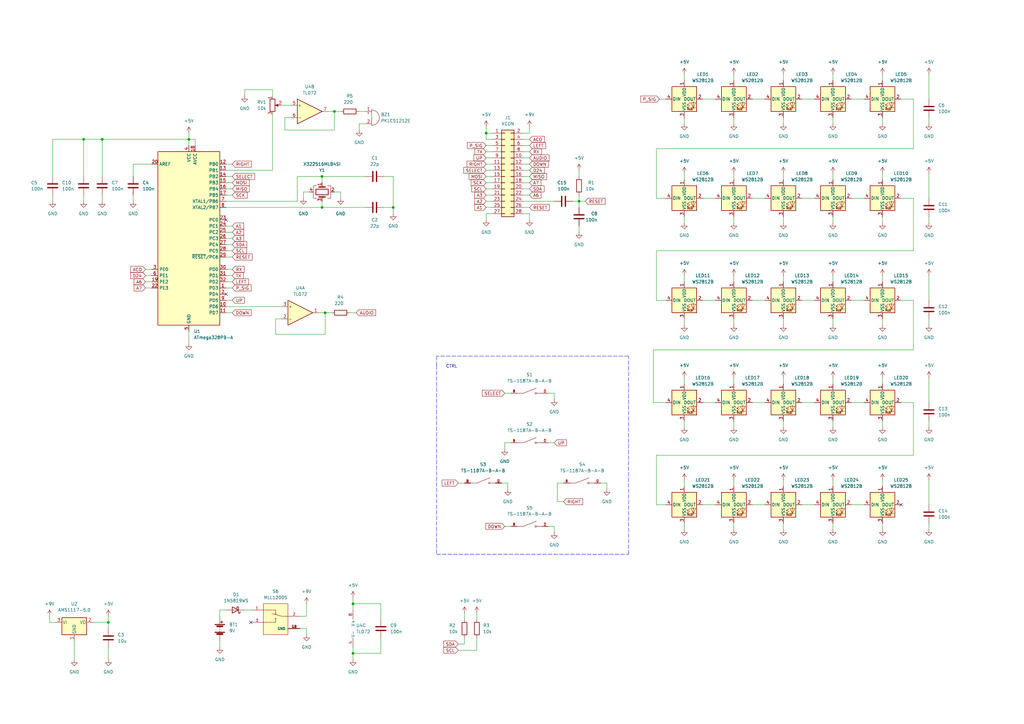
<source format=kicad_sch>
(kicad_sch (version 20211123) (generator eeschema)
  (paper "A3")
  (title_block (title "25pix") (date "2022-08-21") (rev "v0.2"))
  (junction (at 161.29 85.09))
  (junction (at 199.39 54.61))
  (junction (at 44.45 255.27))
  (junction (at 132.08 72.39))
  (junction (at 132.08 85.09))
  (junction (at 137.16 45.72))
  (junction (at 144.78 267.97))
  (junction (at 144.78 247.65))
  (junction (at 41.91 57.15))
  (junction (at 133.35 128.27))
  (junction (at 34.29 57.15))
  (junction (at 237.49 82.55))
  (junction (at 77.47 57.15))
  (no_connect (at 92.71 90.17))
  (no_connect (at 102.87 255.27))
  (no_connect (at 369.57 207.01))
  (no_connect (at 92.71 120.65))
  (wire (pts (xy 267.97 165.1) (xy 267.97 143.51)))
  (wire (pts (xy 228.6 205.74) (xy 228.6 198.12)))
  (wire (pts (xy 41.91 57.15) (xy 77.47 57.15)))
  (wire (pts (xy 199.39 82.55) (xy 201.93 82.55)))
  (wire (pts (xy 349.25 123.19) (xy 354.33 123.19)))
  (wire (pts (xy 77.47 57.15) (xy 80.01 57.15)))
  (wire (pts (xy 381 71.12) (xy 381 81.28)))
  (wire (pts (xy 341.63 30.48) (xy 341.63 33.02)))
  (wire (pts (xy 308.61 81.28) (xy 313.69 81.28)))
  (wire (pts (xy 321.31 88.9) (xy 321.31 91.44)))
  (wire (pts (xy 100.33 250.19) (xy 102.87 250.19)))
  (wire (pts (xy 90.17 252.73) (xy 90.17 250.19)))
  (wire (pts (xy 381 48.26) (xy 381 50.8)))
  (wire (pts (xy 92.71 82.55) (xy 121.92 82.55)))
  (wire (pts (xy 369.57 165.1) (xy 374.65 165.1)))
  (wire (pts (xy 328.93 40.64) (xy 334.01 40.64)))
  (wire (pts (xy 214.63 67.31) (xy 217.17 67.31)))
  (wire (pts (xy 214.63 69.85) (xy 217.17 69.85)))
  (wire (pts (xy 328.93 207.01) (xy 334.01 207.01)))
  (wire (pts (xy 227.33 163.83) (xy 227.33 161.29)))
  (wire (pts (xy 156.21 247.65) (xy 156.21 254)))
  (wire (pts (xy 237.49 92.71) (xy 237.49 95.25)))
  (wire (pts (xy 133.35 137.16) (xy 133.35 128.27)))
  (wire (pts (xy 208.28 200.66) (xy 208.28 198.12)))
  (wire (pts (xy 90.17 250.19) (xy 92.71 250.19)))
  (wire (pts (xy 59.69 113.03) (xy 62.23 113.03)))
  (wire (pts (xy 361.95 88.9) (xy 361.95 91.44)))
  (wire (pts (xy 92.71 125.73) (xy 115.57 125.73)))
  (wire (pts (xy 214.63 62.23) (xy 217.17 62.23)))
  (wire (pts (xy 20.32 252.73) (xy 20.32 255.27)))
  (wire (pts (xy 300.99 113.03) (xy 300.99 115.57)))
  (wire (pts (xy 280.67 48.26) (xy 280.67 50.8)))
  (wire (pts (xy 280.67 130.81) (xy 280.67 133.35)))
  (wire (pts (xy 321.31 113.03) (xy 321.31 115.57)))
  (wire (pts (xy 113.03 130.81) (xy 113.03 137.16)))
  (wire (pts (xy 321.31 71.12) (xy 321.31 73.66)))
  (wire (pts (xy 214.63 57.15) (xy 217.17 57.15)))
  (wire (pts (xy 190.5 264.16) (xy 190.5 261.62)))
  (wire (pts (xy 308.61 207.01) (xy 313.69 207.01)))
  (wire (pts (xy 92.71 67.31) (xy 95.25 67.31)))
  (wire (pts (xy 321.31 196.85) (xy 321.31 199.39)))
  (wire (pts (xy 280.67 214.63) (xy 280.67 217.17)))
  (wire (pts (xy 248.92 198.12) (xy 246.38 198.12)))
  (wire (pts (xy 199.39 54.61) (xy 199.39 57.15)))
  (wire (pts (xy 92.71 80.01) (xy 95.25 80.01)))
  (wire (pts (xy 34.29 57.15) (xy 34.29 72.39)))
  (wire (pts (xy 237.49 82.55) (xy 237.49 85.09)))
  (wire (pts (xy 207.01 181.61) (xy 209.55 181.61)))
  (wire (pts (xy 214.63 87.63) (xy 217.17 87.63)))
  (wire (pts (xy 308.61 165.1) (xy 313.69 165.1)))
  (wire (pts (xy 207.01 161.29) (xy 209.55 161.29)))
  (wire (pts (xy 59.69 115.57) (xy 62.23 115.57)))
  (wire (pts (xy 92.71 92.71) (xy 95.25 92.71)))
  (wire (pts (xy 92.71 123.19) (xy 95.25 123.19)))
  (wire (pts (xy 199.39 74.93) (xy 201.93 74.93)))
  (wire (pts (xy 381 172.72) (xy 381 175.26)))
  (wire (pts (xy 77.47 54.61) (xy 77.47 57.15)))
  (wire (pts (xy 161.29 72.39) (xy 157.48 72.39)))
  (wire (pts (xy 92.71 97.79) (xy 95.25 97.79)))
  (wire (pts (xy 21.59 57.15) (xy 21.59 72.39)))
  (wire (pts (xy 361.95 48.26) (xy 361.95 50.8)))
  (wire (pts (xy 199.39 69.85) (xy 201.93 69.85)))
  (wire (pts (xy 269.24 81.28) (xy 269.24 60.96)))
  (wire (pts (xy 240.03 82.55) (xy 237.49 82.55)))
  (wire (pts (xy 300.99 48.26) (xy 300.99 50.8)))
  (wire (pts (xy 92.71 128.27) (xy 95.25 128.27)))
  (wire (pts (xy 92.71 115.57) (xy 95.25 115.57)))
  (wire (pts (xy 269.24 123.19) (xy 269.24 102.87)))
  (wire (pts (xy 190.5 251.46) (xy 190.5 254)))
  (wire (pts (xy 349.25 207.01) (xy 354.33 207.01)))
  (wire (pts (xy 156.21 267.97) (xy 156.21 261.62)))
  (wire (pts (xy 100.33 39.37) (xy 100.33 36.83)))
  (wire (pts (xy 381 88.9) (xy 381 91.44)))
  (wire (pts (xy 44.45 255.27) (xy 44.45 257.81)))
  (wire (pts (xy 119.38 48.26) (xy 116.84 48.26)))
  (wire (pts (xy 54.61 72.39) (xy 54.61 67.31)))
  (wire (pts (xy 125.73 257.81) (xy 125.73 260.35)))
  (wire (pts (xy 269.24 186.69) (xy 374.65 186.69)))
  (wire (pts (xy 133.35 128.27) (xy 135.89 128.27)))
  (wire (pts (xy 237.49 82.55) (xy 237.49 80.01)))
  (wire (pts (xy 199.39 80.01) (xy 201.93 80.01)))
  (wire (pts (xy 92.71 95.25) (xy 95.25 95.25)))
  (wire (pts (xy 288.29 123.19) (xy 293.37 123.19)))
  (wire (pts (xy 361.95 172.72) (xy 361.95 175.26)))
  (wire (pts (xy 214.63 77.47) (xy 217.17 77.47)))
  (wire (pts (xy 90.17 262.89) (xy 90.17 265.43)))
  (wire (pts (xy 143.51 128.27) (xy 146.05 128.27)))
  (wire (pts (xy 269.24 60.96) (xy 374.65 60.96)))
  (wire (pts (xy 341.63 71.12) (xy 341.63 73.66)))
  (wire (pts (xy 137.16 53.34) (xy 137.16 45.72)))
  (wire (pts (xy 132.08 72.39) (xy 149.86 72.39)))
  (wire (pts (xy 139.7 78.74) (xy 139.7 81.28)))
  (wire (pts (xy 361.95 154.94) (xy 361.95 157.48)))
  (wire (pts (xy 273.05 165.1) (xy 267.97 165.1)))
  (wire (pts (xy 228.6 198.12) (xy 231.14 198.12)))
  (wire (pts (xy 130.81 128.27) (xy 133.35 128.27)))
  (polyline (pts (xy 179.07 227.33) (xy 257.81 227.33)))
  (wire (pts (xy 21.59 80.01) (xy 21.59 82.55)))
  (wire (pts (xy 270.51 40.64) (xy 273.05 40.64)))
  (wire (pts (xy 369.57 81.28) (xy 374.65 81.28)))
  (wire (pts (xy 20.32 255.27) (xy 22.86 255.27)))
  (wire (pts (xy 369.57 40.64) (xy 374.65 40.64)))
  (wire (pts (xy 92.71 85.09) (xy 132.08 85.09)))
  (wire (pts (xy 214.63 72.39) (xy 217.17 72.39)))
  (wire (pts (xy 124.46 78.74) (xy 127 78.74)))
  (wire (pts (xy 369.57 123.19) (xy 374.65 123.19)))
  (wire (pts (xy 41.91 57.15) (xy 41.91 72.39)))
  (wire (pts (xy 269.24 102.87) (xy 374.65 102.87)))
  (wire (pts (xy 144.78 247.65) (xy 156.21 247.65)))
  (wire (pts (xy 92.71 113.03) (xy 95.25 113.03)))
  (wire (pts (xy 321.31 30.48) (xy 321.31 33.02)))
  (wire (pts (xy 144.78 267.97) (xy 156.21 267.97)))
  (wire (pts (xy 349.25 81.28) (xy 354.33 81.28)))
  (wire (pts (xy 208.28 198.12) (xy 205.74 198.12)))
  (wire (pts (xy 308.61 123.19) (xy 313.69 123.19)))
  (wire (pts (xy 144.78 265.43) (xy 144.78 267.97)))
  (wire (pts (xy 374.65 60.96) (xy 374.65 40.64)))
  (wire (pts (xy 374.65 102.87) (xy 374.65 81.28)))
  (wire (pts (xy 116.84 53.34) (xy 137.16 53.34)))
  (wire (pts (xy 92.71 77.47) (xy 95.25 77.47)))
  (wire (pts (xy 199.39 77.47) (xy 201.93 77.47)))
  (wire (pts (xy 116.84 48.26) (xy 116.84 53.34)))
  (wire (pts (xy 341.63 113.03) (xy 341.63 115.57)))
  (wire (pts (xy 157.48 85.09) (xy 161.29 85.09)))
  (wire (pts (xy 199.39 90.17) (xy 199.39 87.63)))
  (wire (pts (xy 288.29 40.64) (xy 293.37 40.64)))
  (wire (pts (xy 113.03 137.16) (xy 133.35 137.16)))
  (wire (pts (xy 199.39 72.39) (xy 201.93 72.39)))
  (wire (pts (xy 349.25 165.1) (xy 354.33 165.1)))
  (wire (pts (xy 321.31 214.63) (xy 321.31 217.17)))
  (wire (pts (xy 280.67 196.85) (xy 280.67 199.39)))
  (wire (pts (xy 77.47 57.15) (xy 77.47 59.69)))
  (wire (pts (xy 214.63 85.09) (xy 217.17 85.09)))
  (wire (pts (xy 227.33 161.29) (xy 224.79 161.29)))
  (wire (pts (xy 341.63 196.85) (xy 341.63 199.39)))
  (wire (pts (xy 328.93 123.19) (xy 334.01 123.19)))
  (wire (pts (xy 361.95 30.48) (xy 361.95 33.02)))
  (wire (pts (xy 132.08 82.55) (xy 132.08 85.09)))
  (wire (pts (xy 201.93 87.63) (xy 199.39 87.63)))
  (wire (pts (xy 34.29 57.15) (xy 41.91 57.15)))
  (wire (pts (xy 80.01 57.15) (xy 80.01 59.69)))
  (wire (pts (xy 92.71 74.93) (xy 95.25 74.93)))
  (wire (pts (xy 195.58 251.46) (xy 195.58 254)))
  (wire (pts (xy 381 196.85) (xy 381 207.01)))
  (wire (pts (xy 111.76 46.99) (xy 111.76 69.85)))
  (wire (pts (xy 92.71 102.87) (xy 95.25 102.87)))
  (wire (pts (xy 123.19 257.81) (xy 125.73 257.81)))
  (wire (pts (xy 199.39 57.15) (xy 201.93 57.15)))
  (wire (pts (xy 44.45 265.43) (xy 44.45 270.51)))
  (wire (pts (xy 199.39 64.77) (xy 201.93 64.77)))
  (wire (pts (xy 59.69 118.11) (xy 62.23 118.11)))
  (wire (pts (xy 341.63 88.9) (xy 341.63 91.44)))
  (wire (pts (xy 374.65 143.51) (xy 374.65 123.19)))
  (wire (pts (xy 92.71 110.49) (xy 95.25 110.49)))
  (wire (pts (xy 77.47 135.89) (xy 77.47 140.97)))
  (wire (pts (xy 137.16 45.72) (xy 134.62 45.72)))
  (wire (pts (xy 300.99 130.81) (xy 300.99 133.35)))
  (wire (pts (xy 115.57 43.18) (xy 119.38 43.18)))
  (wire (pts (xy 111.76 36.83) (xy 111.76 39.37)))
  (wire (pts (xy 234.95 82.55) (xy 237.49 82.55)))
  (wire (pts (xy 227.33 215.9) (xy 224.79 215.9)))
  (wire (pts (xy 214.63 74.93) (xy 217.17 74.93)))
  (wire (pts (xy 280.67 154.94) (xy 280.67 157.48)))
  (polyline (pts (xy 179.07 149.86) (xy 179.07 227.33)))
  (wire (pts (xy 300.99 196.85) (xy 300.99 199.39)))
  (wire (pts (xy 381 130.81) (xy 381 133.35)))
  (wire (pts (xy 92.71 105.41) (xy 95.25 105.41)))
  (wire (pts (xy 361.95 130.81) (xy 361.95 133.35)))
  (wire (pts (xy 280.67 88.9) (xy 280.67 91.44)))
  (wire (pts (xy 280.67 71.12) (xy 280.67 73.66)))
  (wire (pts (xy 227.33 181.61) (xy 224.79 181.61)))
  (wire (pts (xy 100.33 36.83) (xy 111.76 36.83)))
  (wire (pts (xy 147.32 50.8) (xy 149.86 50.8)))
  (wire (pts (xy 328.93 165.1) (xy 334.01 165.1)))
  (wire (pts (xy 137.16 45.72) (xy 139.7 45.72)))
  (wire (pts (xy 92.71 69.85) (xy 111.76 69.85)))
  (wire (pts (xy 41.91 80.01) (xy 41.91 82.55)))
  (wire (pts (xy 237.49 69.85) (xy 237.49 72.39)))
  (wire (pts (xy 300.99 214.63) (xy 300.99 217.17)))
  (wire (pts (xy 361.95 71.12) (xy 361.95 73.66)))
  (wire (pts (xy 341.63 48.26) (xy 341.63 50.8)))
  (wire (pts (xy 139.7 78.74) (xy 137.16 78.74)))
  (wire (pts (xy 231.14 205.74) (xy 228.6 205.74)))
  (wire (pts (xy 92.71 100.33) (xy 95.25 100.33)))
  (wire (pts (xy 187.96 264.16) (xy 190.5 264.16)))
  (wire (pts (xy 199.39 54.61) (xy 199.39 52.07)))
  (wire (pts (xy 199.39 59.69) (xy 201.93 59.69)))
  (wire (pts (xy 361.95 196.85) (xy 361.95 199.39)))
  (wire (pts (xy 273.05 81.28) (xy 269.24 81.28)))
  (wire (pts (xy 195.58 266.7) (xy 195.58 261.62)))
  (wire (pts (xy 217.17 90.17) (xy 217.17 87.63)))
  (wire (pts (xy 199.39 85.09) (xy 201.93 85.09)))
  (wire (pts (xy 321.31 130.81) (xy 321.31 133.35)))
  (wire (pts (xy 201.93 54.61) (xy 199.39 54.61)))
  (wire (pts (xy 54.61 67.31) (xy 62.23 67.31)))
  (wire (pts (xy 308.61 40.64) (xy 313.69 40.64)))
  (wire (pts (xy 361.95 113.03) (xy 361.95 115.57)))
  (wire (pts (xy 44.45 252.73) (xy 44.45 255.27)))
  (wire (pts (xy 147.32 50.8) (xy 147.32 53.34)))
  (polyline (pts (xy 257.81 227.33) (xy 257.81 146.05)))
  (wire (pts (xy 341.63 172.72) (xy 341.63 175.26)))
  (wire (pts (xy 59.69 110.49) (xy 62.23 110.49)))
  (wire (pts (xy 144.78 245.11) (xy 144.78 247.65)))
  (wire (pts (xy 280.67 113.03) (xy 280.67 115.57)))
  (wire (pts (xy 161.29 85.09) (xy 161.29 72.39)))
  (wire (pts (xy 38.1 255.27) (xy 44.45 255.27)))
  (wire (pts (xy 300.99 88.9) (xy 300.99 91.44)))
  (wire (pts (xy 144.78 267.97) (xy 144.78 270.51)))
  (wire (pts (xy 361.95 214.63) (xy 361.95 217.17)))
  (wire (pts (xy 341.63 214.63) (xy 341.63 217.17)))
  (wire (pts (xy 21.59 57.15) (xy 34.29 57.15)))
  (wire (pts (xy 121.92 82.55) (xy 121.92 72.39)))
  (wire (pts (xy 30.48 262.89) (xy 30.48 270.51)))
  (wire (pts (xy 328.93 81.28) (xy 334.01 81.28)))
  (wire (pts (xy 214.63 80.01) (xy 217.17 80.01)))
  (wire (pts (xy 132.08 72.39) (xy 132.08 74.93)))
  (wire (pts (xy 300.99 172.72) (xy 300.99 175.26)))
  (wire (pts (xy 147.32 45.72) (xy 149.86 45.72)))
  (polyline (pts (xy 179.07 146.05) (xy 179.07 149.86)))
  (wire (pts (xy 273.05 123.19) (xy 269.24 123.19)))
  (wire (pts (xy 381 154.94) (xy 381 165.1)))
  (wire (pts (xy 349.25 40.64) (xy 354.33 40.64)))
  (wire (pts (xy 187.96 266.7) (xy 195.58 266.7)))
  (wire (pts (xy 280.67 172.72) (xy 280.67 175.26)))
  (wire (pts (xy 121.92 72.39) (xy 132.08 72.39)))
  (wire (pts (xy 54.61 80.01) (xy 54.61 82.55)))
  (wire (pts (xy 115.57 130.81) (xy 113.03 130.81)))
  (wire (pts (xy 288.29 81.28) (xy 293.37 81.28)))
  (wire (pts (xy 300.99 71.12) (xy 300.99 73.66)))
  (wire (pts (xy 161.29 87.63) (xy 161.29 85.09)))
  (wire (pts (xy 214.63 54.61) (xy 217.17 54.61)))
  (wire (pts (xy 288.29 165.1) (xy 293.37 165.1)))
  (wire (pts (xy 199.39 62.23) (xy 201.93 62.23)))
  (wire (pts (xy 280.67 30.48) (xy 280.67 33.02)))
  (wire (pts (xy 248.92 200.66) (xy 248.92 198.12)))
  (wire (pts (xy 214.63 64.77) (xy 217.17 64.77)))
  (wire (pts (xy 132.08 85.09) (xy 149.86 85.09)))
  (wire (pts (xy 381 30.48) (xy 381 40.64)))
  (wire (pts (xy 341.63 154.94) (xy 341.63 157.48)))
  (wire (pts (xy 381 214.63) (xy 381 217.17)))
  (wire (pts (xy 269.24 207.01) (xy 269.24 186.69)))
  (wire (pts (xy 207.01 215.9) (xy 209.55 215.9)))
  (wire (pts (xy 123.19 252.73) (xy 125.73 252.73)))
  (wire (pts (xy 199.39 67.31) (xy 201.93 67.31)))
  (wire (pts (xy 321.31 172.72) (xy 321.31 175.26)))
  (wire (pts (xy 207.01 184.15) (xy 207.01 181.61)))
  (wire (pts (xy 187.96 198.12) (xy 190.5 198.12)))
  (wire (pts (xy 227.33 218.44) (xy 227.33 215.9)))
  (wire (pts (xy 267.97 143.51) (xy 374.65 143.51)))
  (wire (pts (xy 321.31 48.26) (xy 321.31 50.8)))
  (wire (pts (xy 341.63 130.81) (xy 341.63 133.35)))
  (wire (pts (xy 214.63 82.55) (xy 227.33 82.55)))
  (wire (pts (xy 288.29 207.01) (xy 293.37 207.01)))
  (wire (pts (xy 34.29 80.01) (xy 34.29 82.55)))
  (wire (pts (xy 273.05 207.01) (xy 269.24 207.01)))
  (wire (pts (xy 92.71 72.39) (xy 95.25 72.39)))
  (wire (pts (xy 217.17 52.07) (xy 217.17 54.61)))
  (wire (pts (xy 124.46 78.74) (xy 124.46 81.28)))
  (wire (pts (xy 381 113.03) (xy 381 123.19)))
  (wire (pts (xy 374.65 186.69) (xy 374.65 165.1)))
  (wire (pts (xy 92.71 118.11) (xy 95.25 118.11)))
  (wire (pts (xy 321.31 154.94) (xy 321.31 157.48)))
  (wire (pts (xy 125.73 247.65) (xy 125.73 252.73)))
  (wire (pts (xy 214.63 59.69) (xy 217.17 59.69)))
  (wire (pts (xy 144.78 247.65) (xy 144.78 250.19)))
  (polyline (pts (xy 257.81 146.05) (xy 179.07 146.05)))
  (wire (pts (xy 300.99 30.48) (xy 300.99 33.02)))
  (wire (pts (xy 300.99 154.94) (xy 300.99 157.48)))
  (text "CTRL" (at 182.88 151.13 0) (effects (font (size 1.27 1.27)) (justify left bottom)))
  (global_label "A3" (shape input) (at 95.25 97.79 0) (property "Intersheet References" "${INTERSHEET_REFS}" (effects hide)))
  (global_label "RIGHT" (shape input) (at 231.14 205.74 0) (property "Intersheet References" "${INTERSHEET_REFS}" (effects hide)))
  (global_label "RESET" (shape input) (at 95.25 105.41 0) (property "Intersheet References" "${INTERSHEET_REFS}" (effects hide)))
  (global_label "RX" (shape input) (at 217.17 62.23 0) (property "Intersheet References" "${INTERSHEET_REFS}" (effects hide)))
  (global_label "SDA" (shape input) (at 187.96 264.16 180) (property "Intersheet References" "${INTERSHEET_REFS}" (effects hide)))
  (global_label "SELECT" (shape input) (at 199.39 69.85 180) (property "Intersheet References" "${INTERSHEET_REFS}" (effects hide)))
  (global_label "TX" (shape input) (at 95.25 113.03 0) (property "Intersheet References" "${INTERSHEET_REFS}" (effects hide)))
  (global_label "AUDIO" (shape input) (at 146.05 128.27 0) (property "Intersheet References" "${INTERSHEET_REFS}" (effects hide)))
  (global_label "SELECT" (shape input) (at 207.01 161.29 180) (property "Intersheet References" "${INTERSHEET_REFS}" (effects hide)))
  (global_label "SCK" (shape input) (at 199.39 74.93 180) (property "Intersheet References" "${INTERSHEET_REFS}" (effects hide)))
  (global_label "ACO" (shape input) (at 59.69 110.49 180) (property "Intersheet References" "${INTERSHEET_REFS}" (effects hide)))
  (global_label "AUDIO" (shape input) (at 217.17 64.77 0) (property "Intersheet References" "${INTERSHEET_REFS}" (effects hide)))
  (global_label "RX" (shape input) (at 95.25 110.49 0) (property "Intersheet References" "${INTERSHEET_REFS}" (effects hide)))
  (global_label "MOSI" (shape input) (at 199.39 72.39 180) (property "Intersheet References" "${INTERSHEET_REFS}" (effects hide)))
  (global_label "D24" (shape input) (at 59.69 113.03 180) (property "Intersheet References" "${INTERSHEET_REFS}" (effects hide)))
  (global_label "SCL" (shape input) (at 187.96 266.7 180) (property "Intersheet References" "${INTERSHEET_REFS}" (effects hide)))
  (global_label "DOWN" (shape input) (at 95.25 128.27 0) (property "Intersheet References" "${INTERSHEET_REFS}" (effects hide)))
  (global_label "SDA" (shape input) (at 217.17 77.47 0) (property "Intersheet References" "${INTERSHEET_REFS}" (effects hide)))
  (global_label "SCL" (shape input) (at 199.39 77.47 180) (property "Intersheet References" "${INTERSHEET_REFS}" (effects hide)))
  (global_label "LEFT" (shape input) (at 217.17 59.69 0) (property "Intersheet References" "${INTERSHEET_REFS}" (effects hide)))
  (global_label "P_SIG" (shape input) (at 199.39 59.69 180) (property "Intersheet References" "${INTERSHEET_REFS}" (effects hide)))
  (global_label "DOWN" (shape input) (at 217.17 67.31 0) (property "Intersheet References" "${INTERSHEET_REFS}" (effects hide)))
  (global_label "A3" (shape input) (at 199.39 80.01 180) (property "Intersheet References" "${INTERSHEET_REFS}" (effects hide)))
  (global_label "D24" (shape input) (at 217.17 69.85 0) (property "Intersheet References" "${INTERSHEET_REFS}" (effects hide)))
  (global_label "RIGHT" (shape input) (at 199.39 67.31 180) (property "Intersheet References" "${INTERSHEET_REFS}" (effects hide)))
  (global_label "MISO" (shape input) (at 95.25 77.47 0) (property "Intersheet References" "${INTERSHEET_REFS}" (effects hide)))
  (global_label "A1" (shape input) (at 95.25 92.71 0) (property "Intersheet References" "${INTERSHEET_REFS}" (effects hide)))
  (global_label "P_SIG" (shape input) (at 270.51 40.64 180) (property "Intersheet References" "${INTERSHEET_REFS}" (effects hide)))
  (global_label "SDA" (shape input) (at 95.25 100.33 0) (property "Intersheet References" "${INTERSHEET_REFS}" (effects hide)))
  (global_label "DOWN" (shape input) (at 207.01 215.9 180) (property "Intersheet References" "${INTERSHEET_REFS}" (effects hide)))
  (global_label "UP" (shape input) (at 227.33 181.61 0) (property "Intersheet References" "${INTERSHEET_REFS}" (effects hide)))
  (global_label "A2" (shape input) (at 199.39 82.55 180) (property "Intersheet References" "${INTERSHEET_REFS}" (effects hide)))
  (global_label "A7" (shape input) (at 59.69 118.11 180) (property "Intersheet References" "${INTERSHEET_REFS}" (effects hide)))
  (global_label "SCK" (shape input) (at 95.25 80.01 0) (property "Intersheet References" "${INTERSHEET_REFS}" (effects hide)))
  (global_label "P_SIG" (shape input) (at 95.25 118.11 0) (property "Intersheet References" "${INTERSHEET_REFS}" (effects hide)))
  (global_label "LEFT" (shape input) (at 95.25 115.57 0) (property "Intersheet References" "${INTERSHEET_REFS}" (effects hide)))
  (global_label "RIGHT" (shape input) (at 95.25 67.31 0) (property "Intersheet References" "${INTERSHEET_REFS}" (effects hide)))
  (global_label "A7" (shape input) (at 217.17 74.93 0) (property "Intersheet References" "${INTERSHEET_REFS}" (effects hide)))
  (global_label "A2" (shape input) (at 95.25 95.25 0) (property "Intersheet References" "${INTERSHEET_REFS}" (effects hide)))
  (global_label "SELECT" (shape input) (at 95.25 72.39 0) (property "Intersheet References" "${INTERSHEET_REFS}" (effects hide)))
  (global_label "SCL" (shape input) (at 95.25 102.87 0) (property "Intersheet References" "${INTERSHEET_REFS}" (effects hide)))
  (global_label "UP" (shape input) (at 95.25 123.19 0) (property "Intersheet References" "${INTERSHEET_REFS}" (effects hide)))
  (global_label "ACO" (shape input) (at 217.17 57.15 0) (property "Intersheet References" "${INTERSHEET_REFS}" (effects hide)))
  (global_label "A1" (shape input) (at 199.39 85.09 180) (property "Intersheet References" "${INTERSHEET_REFS}" (effects hide)))
  (global_label "A6" (shape input) (at 217.17 80.01 0) (property "Intersheet References" "${INTERSHEET_REFS}" (effects hide)))
  (global_label "TX" (shape input) (at 199.39 62.23 180) (property "Intersheet References" "${INTERSHEET_REFS}" (effects hide)))
  (global_label "RESET" (shape input) (at 217.17 85.09 0) (property "Intersheet References" "${INTERSHEET_REFS}" (effects hide)))
  (global_label "LEFT" (shape input) (at 187.96 198.12 180) (property "Intersheet References" "${INTERSHEET_REFS}" (effects hide)))
  (global_label "RESET" (shape input) (at 240.03 82.55 0) (property "Intersheet References" "${INTERSHEET_REFS}" (effects hide)))
  (global_label "MISO" (shape input) (at 217.17 72.39 0) (property "Intersheet References" "${INTERSHEET_REFS}" (effects hide)))
  (global_label "MOSI" (shape input) (at 95.25 74.93 0) (property "Intersheet References" "${INTERSHEET_REFS}" (effects hide)))
  (global_label "A6" (shape input) (at 59.69 115.57 180) (property "Intersheet References" "${INTERSHEET_REFS}" (effects hide)))
  (global_label "UP" (shape input) (at 199.39 64.77 180) (property "Intersheet References" "${INTERSHEET_REFS}" (effects hide)))
  (symbol (lib_id "power:GND") (at 321.31 175.26 0) (unit 1)
    (property "Reference" "#PWR043" (effects hide))
    (property "Value" "GND" (at 321.31 180.34 0))
  )
  (symbol (lib_id "power:+5V") (at 321.31 154.94 0) (unit 1)
    (property "Reference" "#PWR037" (effects hide))
    (property "Value" "+5V" (at 321.31 149.86 0))
  )
  (symbol (lib_id "power:+5V") (at 280.67 71.12 0) (unit 1)
    (property "Reference" "#PWR012" (effects hide))
    (property "Value" "+5V" (at 280.67 66.04 0))
  )
  (symbol (lib_id "power:GND") (at 227.33 163.83 0) (unit 1)
    (property "Reference" "#PWR034" (effects hide))
    (property "Value" "GND" (at 227.33 168.91 0))
  )
  (symbol (lib_id "LED:WS2812B") (at 300.99 81.28 0) (unit 1)
    (property "Reference" "LED7" (at 308.61 71.12 0))
    (property "Value" "WS2812B" (at 308.61 73.66 0))
    (property "Footprint" "LED_SMD:LED_WS2812B_PLCC4_5.0x5.0mm_P3.2mm" (effects hide))
    (property "Datasheet" "https://cdn-shop.adafruit.com/datasheets/WS2812B.pdf" (effects hide))
  )
  (symbol (lib_id "power:GND") (at 341.63 175.26 0) (unit 1)
    (property "Reference" "#PWR044" (effects hide))
    (property "Value" "GND" (at 341.63 180.34 0))
  )
  (symbol (lib_id "power:+5V") (at 381 154.94 0) (unit 1)
    (property "Reference" "#PWR075" (effects hide))
    (property "Value" "+5V" (at 381 149.86 0))
  )
  (symbol (lib_id "Device:R") (at 190.5 257.81 0) (unit 1)
    (property "Reference" "R2" (at 184.15 256.54 0) (effects (justify left)))
    (property "Value" "10k" (at 184.15 259.08 0) (effects (justify left)))
    (property "Footprint" "Resistor_SMD:R_0603_1608Metric" (effects hide))
  )
  (symbol (lib_id "power:+5V") (at 237.49 69.85 0) (mirror y) (unit 1)
    (property "Reference" "#PWR0103" (effects hide))
    (property "Value" "+5V" (at 237.49 64.77 0))
  )
  (symbol (lib_id "Device:C") (at 153.67 72.39 90) (unit 1)
    (property "Reference" "C1" (at 153.67 64.77 90))
    (property "Value" "22p" (at 153.67 67.31 90))
    (property "Footprint" "Capacitor_SMD:C_0603_1608Metric" (effects hide))
  )
  (symbol (lib_id "Device:C") (at 54.61 76.2 0) (unit 1)
    (property "Reference" "C4" (at 58.42 74.9299 0) (effects (justify left)))
    (property "Value" "100n" (at 58.42 77.4699 0) (effects (justify left)))
    (property "Footprint" "Capacitor_SMD:C_0603_1608Metric" (effects hide))
  )
  (symbol (lib_id "power:GND") (at 341.63 50.8 0) (unit 1)
    (property "Reference" "#PWR010" (effects hide))
    (property "Value" "GND" (at 341.63 55.88 0))
  )
  (symbol (lib_id "power:+5V") (at 361.95 154.94 0) (unit 1)
    (property "Reference" "#PWR039" (effects hide))
    (property "Value" "+5V" (at 361.95 149.86 0))
  )
  (symbol (lib_id "power:+5V") (at 341.63 154.94 0) (unit 1)
    (property "Reference" "#PWR038" (effects hide))
    (property "Value" "+5V" (at 341.63 149.86 0))
  )
  (symbol (lib_id "power:GND") (at 300.99 50.8 0) (unit 1)
    (property "Reference" "#PWR08" (effects hide))
    (property "Value" "GND" (at 300.99 55.88 0))
  )
  (symbol (lib_id "power:GND") (at 21.59 82.55 0) (unit 1)
    (property "Reference" "#PWR0112" (effects hide))
    (property "Value" "GND" (at 21.59 87.63 0))
  )
  (symbol (lib_id "power:+5V") (at 195.58 251.46 0) (unit 1)
    (property "Reference" "#PWR0105" (effects hide))
    (property "Value" "+5V" (at 195.58 246.38 0))
  )
  (symbol (lib_id "power:+5V") (at 44.45 252.73 0) (unit 1)
    (property "Reference" "#PWR062" (effects hide))
    (property "Value" "+5V" (at 44.45 247.65 0))
  )
  (symbol (lib_id "power:GND") (at 300.99 133.35 0) (unit 1)
    (property "Reference" "#PWR030" (effects hide))
    (property "Value" "GND" (at 300.99 138.43 0))
  )
  (symbol (lib_id "power:+5V") (at 381 113.03 0) (unit 1)
    (property "Reference" "#PWR072" (effects hide))
    (property "Value" "+5V" (at 381 107.95 0))
  )
  (symbol (lib_id "power:+5V") (at 144.78 245.11 0) (unit 1)
    (property "Reference" "#PWR086" (effects hide))
    (property "Value" "+5V" (at 144.78 240.03 0))
  )
  (symbol (lib_id "LED:WS2812B") (at 300.99 40.64 0) (unit 1)
    (property "Reference" "LED2" (at 308.61 30.48 0))
    (property "Value" "WS2812B" (at 308.61 33.02 0))
    (property "Footprint" "LED_SMD:LED_WS2812B_PLCC4_5.0x5.0mm_P3.2mm" (effects hide))
    (property "Datasheet" "https://cdn-shop.adafruit.com/datasheets/WS2812B.pdf" (effects hide))
  )
  (symbol (lib_id "power:+5V") (at 361.95 30.48 0) (unit 1)
    (property "Reference" "#PWR05" (effects hide))
    (property "Value" "+5V" (at 361.95 25.4 0))
  )
  (symbol (lib_id "LED:WS2812B") (at 321.31 40.64 0) (unit 1)
    (property "Reference" "LED3" (at 328.93 30.48 0))
    (property "Value" "WS2812B" (at 328.93 33.02 0))
    (property "Footprint" "LED_SMD:LED_WS2812B_PLCC4_5.0x5.0mm_P3.2mm" (effects hide))
    (property "Datasheet" "https://cdn-shop.adafruit.com/datasheets/WS2812B.pdf" (effects hide))
  )
  (symbol (lib_id "LED:WS2812B") (at 300.99 123.19 0) (unit 1)
    (property "Reference" "LED12" (at 308.61 113.03 0))
    (property "Value" "WS2812B" (at 308.61 115.57 0))
    (property "Footprint" "LED_SMD:LED_WS2812B_PLCC4_5.0x5.0mm_P3.2mm" (effects hide))
    (property "Datasheet" "https://cdn-shop.adafruit.com/datasheets/WS2812B.pdf" (effects hide))
  )
  (symbol (lib_id "TS-1187A-B-A-B:TS-1187A-B-A-B") (at 198.12 198.12 0) (unit 1)
    (property "Reference" "S3" (at 198.12 190.5 0))
    (property "Value" "TS-1187A-B-A-B" (at 198.12 193.04 0))
    (property "Footprint" "lib:SW_TS-1187A-B-A-B" (effects hide))
    (property "STANDARD" "Manufacturer Recommendations" (effects hide))
    (property "PARTREV" "A0" (effects hide))
    (property "MAXIMUM_PACKAGE_HEIGHT" "1.5mm" (effects hide))
    (property "MANUFACTURER" "XKB Industrial Precision" (effects hide))
  )
  (symbol (lib_id "power:+5V") (at 341.63 196.85 0) (unit 1)
    (property "Reference" "#PWR052" (effects hide))
    (property "Value" "+5V" (at 341.63 191.77 0))
  )
  (symbol (lib_id "power:GND") (at 381 133.35 0) (unit 1)
    (property "Reference" "#PWR074" (effects hide))
    (property "Value" "GND" (at 381 138.43 0))
  )
  (symbol (lib_id "power:+5V") (at 381 71.12 0) (unit 1)
    (property "Reference" "#PWR066" (effects hide))
    (property "Value" "+5V" (at 381 66.04 0))
  )
  (symbol (lib_id "power:GND") (at 237.49 95.25 0) (mirror y) (unit 1)
    (property "Reference" "#PWR0106" (effects hide))
    (property "Value" "GND" (at 237.49 100.33 0))
  )
  (symbol (lib_id "LED:WS2812B") (at 341.63 81.28 0) (unit 1)
    (property "Reference" "LED9" (at 349.25 71.12 0))
    (property "Value" "WS2812B" (at 349.25 73.66 0))
    (property "Footprint" "LED_SMD:LED_WS2812B_PLCC4_5.0x5.0mm_P3.2mm" (effects hide))
    (property "Datasheet" "https://cdn-shop.adafruit.com/datasheets/WS2812B.pdf" (effects hide))
  )
  (symbol (lib_id "power:GND") (at 300.99 91.44 0) (unit 1)
    (property "Reference" "#PWR019" (effects hide))
    (property "Value" "GND" (at 300.99 96.52 0))
  )
  (symbol (lib_id "power:GND") (at 280.67 133.35 0) (unit 1)
    (property "Reference" "#PWR029" (effects hide))
    (property "Value" "GND" (at 280.67 138.43 0))
  )
  (symbol (lib_id "Device:C") (at 231.14 82.55 90) (mirror x) (unit 1)
    (property "Reference" "C15" (at 232.41 74.93 90) (effects (justify left)))
    (property "Value" "100n" (at 233.68 77.47 90) (effects (justify left)))
    (property "Footprint" "Capacitor_SMD:C_0603_1608Metric" (effects hide))
  )
  (symbol (lib_id "power:GND") (at 381 50.8 0) (unit 1)
    (property "Reference" "#PWR059" (effects hide))
    (property "Value" "GND" (at 381 55.88 0))
  )
  (symbol (lib_id "power:GND") (at 341.63 133.35 0) (unit 1)
    (property "Reference" "#PWR032" (effects hide))
    (property "Value" "GND" (at 341.63 138.43 0))
  )
  (symbol (lib_id "LED:WS2812B") (at 341.63 165.1 0) (unit 1)
    (property "Reference" "LED19" (at 349.25 154.94 0))
    (property "Value" "WS2812B" (at 349.25 157.48 0))
    (property "Footprint" "LED_SMD:LED_WS2812B_PLCC4_5.0x5.0mm_P3.2mm" (effects hide))
    (property "Datasheet" "https://cdn-shop.adafruit.com/datasheets/WS2812B.pdf" (effects hide))
  )
  (symbol (lib_id "power:GND") (at 124.46 81.28 0) (unit 1)
    (property "Reference" "#PWR067" (effects hide))
    (property "Value" "GND" (at 124.46 87.63 0))
  )
  (symbol (lib_id "power:GND") (at 341.63 217.17 0) (unit 1)
    (property "Reference" "#PWR057" (effects hide))
    (property "Value" "GND" (at 341.63 222.25 0))
  )
  (symbol (lib_id "LED:WS2812B") (at 280.67 40.64 0) (unit 1)
    (property "Reference" "LED1" (at 288.29 30.48 0))
    (property "Value" "WS2812B" (at 288.29 33.02 0))
    (property "Footprint" "LED_SMD:LED_WS2812B_PLCC4_5.0x5.0mm_P3.2mm" (effects hide))
    (property "Datasheet" "https://cdn-shop.adafruit.com/datasheets/WS2812B.pdf" (effects hide))
    (property "LCSC" "C2843785" (effects hide))
  )
  (symbol (lib_id "Device:Buzzer") (at 152.4 48.26 0) (unit 1)
    (property "Reference" "BZ1" (at 156.21 46.9899 0) (effects (justify left)))
    (property "Value" "PKLCS1212E" (at 156.21 49.5299 0) (effects (justify left)))
    (property "Footprint" "Buzzer_Beeper:Buzzer_Murata_PKLCS1212E" (effects hide))
    (property "LCSC" "C113159" (effects hide))
  )
  (symbol (lib_id "TS-1187A-B-A-B:TS-1187A-B-A-B") (at 217.17 215.9 0) (unit 1)
    (property "Reference" "S5" (at 217.17 208.28 0))
    (property "Value" "TS-1187A-B-A-B" (at 217.17 210.82 0))
    (property "Footprint" "lib:SW_TS-1187A-B-A-B" (effects hide))
    (property "STANDARD" "Manufacturer Recommendations" (effects hide))
    (property "PARTREV" "A0" (effects hide))
    (property "MAXIMUM_PACKAGE_HEIGHT" "1.5mm" (effects hide))
    (property "MANUFACTURER" "XKB Industrial Precision" (effects hide))
  )
  (symbol (lib_id "power:GND") (at 361.95 217.17 0) (unit 1)
    (property "Reference" "#PWR058" (effects hide))
    (property "Value" "GND" (at 361.95 222.25 0))
  )
  (symbol (lib_id "power:GND") (at 161.29 87.63 0) (unit 1)
    (property "Reference" "#PWR017" (effects hide))
    (property "Value" "GND" (at 161.29 92.71 0))
  )
  (symbol (lib_id "power:GND") (at 44.45 270.51 0) (unit 1)
    (property "Reference" "#PWR064" (effects hide))
    (property "Value" "GND" (at 44.45 275.59 0))
  )
  (symbol (lib_id "power:GND") (at 199.39 90.17 0) (unit 1)
    (property "Reference" "#PWR0110" (effects hide))
    (property "Value" "GND" (at 199.39 95.25 0))
  )
  (symbol (lib_id "Amplifier_Operational:TL072") (at 123.19 128.27 0) (unit 1)
    (property "Reference" "U4" (at 123.19 118.11 0))
    (property "Value" "TL072" (at 123.19 120.65 0))
    (property "Footprint" "Package_SO:SOIC-8_3.9x4.9mm_P1.27mm" (effects hide))
    (property "Datasheet" "http://www.ti.com/lit/ds/symlink/tl071.pdf" (effects hide))
    (property "LCSC" "C6961" (effects hide))
  )
  (symbol (lib_id "power:GND") (at 125.73 260.35 0) (unit 1)
    (property "Reference" "#PWR069" (effects hide))
    (property "Value" "GND" (at 125.73 265.43 0))
  )
  (symbol (lib_id "power:+5V") (at 381 196.85 0) (unit 1)
    (property "Reference" "#PWR077" (effects hide))
    (property "Value" "+5V" (at 381 191.77 0))
  )
  (symbol (lib_id "power:GND") (at 217.17 90.17 0) (mirror y) (unit 1)
    (property "Reference" "#PWR0107" (effects hide))
    (property "Value" "GND" (at 217.17 95.25 0))
  )
  (symbol (lib_id "power:GND") (at 208.28 200.66 0) (unit 1)
    (property "Reference" "#PWR046" (effects hide))
    (property "Value" "GND" (at 208.28 205.74 0))
  )
  (symbol (lib_id "LED:WS2812B") (at 341.63 40.64 0) (unit 1)
    (property "Reference" "LED4" (at 349.25 30.48 0))
    (property "Value" "WS2812B" (at 349.25 33.02 0))
    (property "Footprint" "LED_SMD:LED_WS2812B_PLCC4_5.0x5.0mm_P3.2mm" (effects hide))
    (property "Datasheet" "https://cdn-shop.adafruit.com/datasheets/WS2812B.pdf" (effects hide))
  )
  (symbol (lib_id "power:+5V") (at 300.99 154.94 0) (unit 1)
    (property "Reference" "#PWR036" (effects hide))
    (property "Value" "+5V" (at 300.99 149.86 0))
  )
  (symbol (lib_id "LED:WS2812B") (at 280.67 207.01 0) (unit 1)
    (property "Reference" "LED21" (at 288.29 196.85 0))
    (property "Value" "WS2812B" (at 288.29 199.39 0))
    (property "Footprint" "LED_SMD:LED_WS2812B_PLCC4_5.0x5.0mm_P3.2mm" (effects hide))
    (property "Datasheet" "https://cdn-shop.adafruit.com/datasheets/WS2812B.pdf" (effects hide))
  )
  (symbol (lib_id "power:+5V") (at 341.63 71.12 0) (unit 1)
    (property "Reference" "#PWR015" (effects hide))
    (property "Value" "+5V" (at 341.63 66.04 0))
  )
  (symbol (lib_id "power:GND") (at 54.61 82.55 0) (unit 1)
    (property "Reference" "#PWR0102" (effects hide))
    (property "Value" "GND" (at 54.61 87.63 0))
  )
  (symbol (lib_id "TS-1187A-B-A-B:TS-1187A-B-A-B") (at 217.17 161.29 0) (unit 1)
    (property "Reference" "S1" (at 217.17 153.67 0))
    (property "Value" "TS-1187A-B-A-B" (at 217.17 156.21 0))
    (property "Footprint" "lib:SW_TS-1187A-B-A-B" (effects hide))
    (property "STANDARD" "Manufacturer Recommendations" (effects hide))
    (property "PARTREV" "A0" (effects hide))
    (property "MAXIMUM_PACKAGE_HEIGHT" "1.5mm" (effects hide))
    (property "MANUFACTURER" "XKB Industrial Precision" (effects hide))
    (property "LCSC" "C318884" (effects hide))
  )
  (symbol (lib_id "Device:R") (at 139.7 128.27 90) (unit 1)
    (property "Reference" "R4" (at 140.97 121.92 90) (effects (justify left)))
    (property "Value" "220" (at 140.97 124.46 90) (effects (justify left)))
    (property "Footprint" "Resistor_SMD:R_0603_1608Metric" (effects hide))
  )
  (symbol (lib_id "power:GND") (at 280.67 175.26 0) (unit 1)
    (property "Reference" "#PWR041" (effects hide))
    (property "Value" "GND" (at 280.67 180.34 0))
  )
  (symbol (lib_id "power:+9V") (at 20.32 252.73 0) (unit 1)
    (property "Reference" "#PWR061" (effects hide))
    (property "Value" "+9V" (at 20.32 247.65 0))
  )
  (symbol (lib_id "power:GND") (at 321.31 133.35 0) (unit 1)
    (property "Reference" "#PWR031" (effects hide))
    (property "Value" "GND" (at 321.31 138.43 0))
  )
  (symbol (lib_id "power:+5V") (at 300.99 71.12 0) (unit 1)
    (property "Reference" "#PWR013" (effects hide))
    (property "Value" "+5V" (at 300.99 66.04 0))
  )
  (symbol (lib_id "Device:C") (at 381 44.45 0) (unit 1)
    (property "Reference" "C6" (at 384.81 43.1799 0) (effects (justify left)))
    (property "Value" "100n" (at 384.81 45.7199 0) (effects (justify left)))
    (property "Footprint" "Capacitor_SMD:C_0603_1608Metric" (effects hide))
  )
  (symbol (lib_id "LED:WS2812B") (at 321.31 165.1 0) (unit 1)
    (property "Reference" "LED18" (at 328.93 154.94 0))
    (property "Value" "WS2812B" (at 328.93 157.48 0))
    (property "Footprint" "LED_SMD:LED_WS2812B_PLCC4_5.0x5.0mm_P3.2mm" (effects hide))
    (property "Datasheet" "https://cdn-shop.adafruit.com/datasheets/WS2812B.pdf" (effects hide))
  )
  (symbol (lib_id "power:+5V") (at 321.31 196.85 0) (unit 1)
    (property "Reference" "#PWR051" (effects hide))
    (property "Value" "+5V" (at 321.31 191.77 0))
  )
  (symbol (lib_id "power:GND") (at 139.7 81.28 0) (unit 1)
    (property "Reference" "#PWR068" (effects hide))
    (property "Value" "GND" (at 139.7 87.63 0))
  )
  (symbol (lib_id "power:GND") (at 341.63 91.44 0) (unit 1)
    (property "Reference" "#PWR021" (effects hide))
    (property "Value" "GND" (at 341.63 96.52 0))
  )
  (symbol (lib_id "Device:C") (at 381 168.91 0) (unit 1)
    (property "Reference" "C13" (at 384.81 167.6399 0) (effects (justify left)))
    (property "Value" "100n" (at 384.81 170.1799 0) (effects (justify left)))
    (property "Footprint" "Capacitor_SMD:C_0603_1608Metric" (effects hide))
  )
  (symbol (lib_id "power:GND") (at 30.48 270.51 0) (unit 1)
    (property "Reference" "#PWR063" (effects hide))
    (property "Value" "GND" (at 30.48 275.59 0))
  )
  (symbol (lib_id "power:GND") (at 381 175.26 0) (unit 1)
    (property "Reference" "#PWR076" (effects hide))
    (property "Value" "GND" (at 381 180.34 0))
  )
  (symbol (lib_id "Device:C") (at 44.45 261.62 0) (unit 1)
    (property "Reference" "C3" (at 48.26 260.3499 0) (effects (justify left)))
    (property "Value" "10u" (at 48.26 262.8899 0) (effects (justify left)))
    (property "Footprint" "Capacitor_SMD:C_0603_1608Metric" (effects hide))
  )
  (symbol (lib_id "power:GND") (at 321.31 50.8 0) (unit 1)
    (property "Reference" "#PWR09" (effects hide))
    (property "Value" "GND" (at 321.31 55.88 0))
  )
  (symbol (lib_id "LED:WS2812B") (at 361.95 123.19 0) (unit 1)
    (property "Reference" "LED15" (at 369.57 113.03 0))
    (property "Value" "WS2812B" (at 369.57 115.57 0))
    (property "Footprint" "LED_SMD:LED_WS2812B_PLCC4_5.0x5.0mm_P3.2mm" (effects hide))
    (property "Datasheet" "https://cdn-shop.adafruit.com/datasheets/WS2812B.pdf" (effects hide))
  )
  (symbol (lib_id "power:+5V") (at 199.39 52.07 0) (unit 1)
    (property "Reference" "#PWR0109" (effects hide))
    (property "Value" "+5V" (at 199.39 46.99 0))
  )
  (symbol (lib_id "Device:C") (at 153.67 85.09 90) (unit 1)
    (property "Reference" "C2" (at 153.67 90.17 90))
    (property "Value" "22p" (at 153.67 92.71 90))
    (property "Footprint" "Capacitor_SMD:C_0603_1608Metric" (effects hide))
  )
  (symbol (lib_id "power:GND") (at 100.33 39.37 0) (unit 1)
    (property "Reference" "#PWR070" (effects hide))
    (property "Value" "GND" (at 100.33 44.45 0))
  )
  (symbol (lib_id "power:GND") (at 248.92 200.66 0) (unit 1)
    (property "Reference" "#PWR047" (effects hide))
    (property "Value" "GND" (at 248.92 205.74 0))
  )
  (symbol (lib_id "Device:Battery") (at 90.17 257.81 0) (unit 1)
    (property "Reference" "BT1" (at 93.98 256.1589 0) (effects (justify left)))
    (property "Value" "9V" (at 93.98 258.6989 0) (effects (justify left)))
    (property "Footprint" "Battery:BatteryHolder_Eagle_12BH611-GR" (effects hide))
  )
  (symbol (lib_id "Device:R") (at 237.49 76.2 0) (mirror y) (unit 1)
    (property "Reference" "R1" (at 243.84 74.93 0) (effects (justify left)))
    (property "Value" "10k" (at 243.84 77.47 0) (effects (justify left)))
    (property "Footprint" "Resistor_SMD:R_0603_1608Metric" (effects hide))
  )
  (symbol (lib_id "power:GND") (at 361.95 133.35 0) (unit 1)
    (property "Reference" "#PWR033" (effects hide))
    (property "Value" "GND" (at 361.95 138.43 0))
  )
  (symbol (lib_id "Amplifier_Operational:TL072") (at 127 45.72 0) (unit 2)
    (property "Reference" "U4" (at 127 35.56 0))
    (property "Value" "TL072" (at 127 38.1 0))
    (property "Footprint" "Package_SO:SOIC-8_3.9x4.9mm_P1.27mm" (effects hide))
    (property "Datasheet" "http://www.ti.com/lit/ds/symlink/tl071.pdf" (effects hide))
    (property "LCSC" "C6961" (effects hide))
  )
  (symbol (lib_id "power:+5V") (at 77.47 54.61 0) (unit 1)
    (property "Reference" "#PWR073" (effects hide))
    (property "Value" "+5V" (at 77.47 49.53 0))
  )
  (symbol (lib_id "Device:C") (at 237.49 88.9 0) (mirror y) (unit 1)
    (property "Reference" "C8" (at 245.11 87.63 0) (effects (justify left)))
    (property "Value" "100n" (at 245.11 90.17 0) (effects (justify left)))
    (property "Footprint" "Capacitor_SMD:C_0603_1608Metric" (effects hide))
  )
  (symbol (lib_id "LED:WS2812B") (at 280.67 81.28 0) (unit 1)
    (property "Reference" "LED6" (at 288.29 71.12 0))
    (property "Value" "WS2812B" (at 288.29 73.66 0))
    (property "Footprint" "LED_SMD:LED_WS2812B_PLCC4_5.0x5.0mm_P3.2mm" (effects hide))
    (property "Datasheet" "https://cdn-shop.adafruit.com/datasheets/WS2812B.pdf" (effects hide))
  )
  (symbol (lib_id "power:GND") (at 144.78 270.51 0) (unit 1)
    (property "Reference" "#PWR087" (effects hide))
    (property "Value" "GND" (at 144.78 275.59 0))
  )
  (symbol (lib_id "Regulator_Linear:AMS1117-5.0") (at 30.48 255.27 0) (unit 1)
    (property "Reference" "U2" (at 30.48 247.65 0))
    (property "Value" "AMS1117-5.0" (at 30.48 250.19 0))
    (property "Footprint" "Package_TO_SOT_SMD:SOT-223-3_TabPin2" (effects hide))
    (property "Datasheet" "http://www.advanced-monolithic.com/pdf/ds1117.pdf" (effects hide))
    (property "LCSC" "C6187" (effects hide))
  )
  (symbol (lib_id "LED:WS2812B") (at 341.63 207.01 0) (unit 1)
    (property "Reference" "LED24" (at 349.25 196.85 0))
    (property "Value" "WS2812B" (at 349.25 199.39 0))
    (property "Footprint" "LED_SMD:LED_WS2812B_PLCC4_5.0x5.0mm_P3.2mm" (effects hide))
    (property "Datasheet" "https://cdn-shop.adafruit.com/datasheets/WS2812B.pdf" (effects hide))
  )
  (symbol (lib_id "Amplifier_Operational:TL072") (at 147.32 257.81 0) (unit 3)
    (property "Reference" "U4" (at 146.05 256.5399 0) (effects (justify left)))
    (property "Value" "TL072" (at 146.05 259.0799 0) (effects (justify left)))
    (property "Footprint" "Package_SO:SOIC-8_3.9x4.9mm_P1.27mm" (effects hide))
    (property "Datasheet" "http://www.ti.com/lit/ds/symlink/tl071.pdf" (effects hide))
    (property "LCSC" "C6961" (effects hide))
  )
  (symbol (lib_id "Device:Crystal_GND24") (at 132.08 78.74 270) (unit 1)
    (property "Reference" "Y1" (at 132.08 69.85 90))
    (property "Value" "X322516MLB4SI" (at 132.08 67.31 90))
    (property "Footprint" "Crystal:Crystal_SMD_3225-4Pin_3.2x2.5mm" (effects hide))
    (property "LCSC" "C13738" (effects hide))
  )
  (symbol (lib_id "power:GND") (at 34.29 82.55 0) (unit 1)
    (property "Reference" "#PWR088" (effects hide))
    (property "Value" "GND" (at 34.29 87.63 0))
  )
  (symbol (lib_id "TS-1187A-B-A-B:TS-1187A-B-A-B") (at 217.17 181.61 0) (unit 1)
    (property "Reference" "S2" (at 217.17 173.99 0))
    (property "Value" "TS-1187A-B-A-B" (at 217.17 176.53 0))
    (property "Footprint" "lib:SW_TS-1187A-B-A-B" (effects hide))
    (property "STANDARD" "Manufacturer Recommendations" (effects hide))
    (property "PARTREV" "A0" (effects hide))
    (property "MAXIMUM_PACKAGE_HEIGHT" "1.5mm" (effects hide))
    (property "MANUFACTURER" "XKB Industrial Precision" (effects hide))
  )
  (symbol (lib_id "power:GND") (at 41.91 82.55 0) (unit 1)
    (property "Reference" "#PWR0108" (effects hide))
    (property "Value" "GND" (at 41.91 87.63 0))
  )
  (symbol (lib_id "power:GND") (at 280.67 217.17 0) (unit 1)
    (property "Reference" "#PWR054" (effects hide))
    (property "Value" "GND" (at 280.67 222.25 0))
  )
  (symbol (lib_id "LED:WS2812B") (at 321.31 207.01 0) (unit 1)
    (property "Reference" "LED23" (at 328.93 196.85 0))
    (property "Value" "WS2812B" (at 328.93 199.39 0))
    (property "Footprint" "LED_SMD:LED_WS2812B_PLCC4_5.0x5.0mm_P3.2mm" (effects hide))
    (property "Datasheet" "https://cdn-shop.adafruit.com/datasheets/WS2812B.pdf" (effects hide))
  )
  (symbol (lib_id "power:+5V") (at 280.67 196.85 0) (unit 1)
    (property "Reference" "#PWR049" (effects hide))
    (property "Value" "+5V" (at 280.67 191.77 0))
  )
  (symbol (lib_id "LED:WS2812B") (at 361.95 81.28 0) (unit 1)
    (property "Reference" "LED10" (at 369.57 71.12 0))
    (property "Value" "WS2812B" (at 369.57 73.66 0))
    (property "Footprint" "LED_SMD:LED_WS2812B_PLCC4_5.0x5.0mm_P3.2mm" (effects hide))
    (property "Datasheet" "https://cdn-shop.adafruit.com/datasheets/WS2812B.pdf" (effects hide))
  )
  (symbol (lib_id "power:+5V") (at 300.99 30.48 0) (unit 1)
    (property "Reference" "#PWR02" (effects hide))
    (property "Value" "+5V" (at 300.99 25.4 0))
  )
  (symbol (lib_id "power:GND") (at 361.95 91.44 0) (unit 1)
    (property "Reference" "#PWR022" (effects hide))
    (property "Value" "GND" (at 361.95 96.52 0))
  )
  (symbol (lib_id "power:+5V") (at 341.63 113.03 0) (unit 1)
    (property "Reference" "#PWR026" (effects hide))
    (property "Value" "+5V" (at 341.63 107.95 0))
  )
  (symbol (lib_id "power:GND") (at 280.67 91.44 0) (unit 1)
    (property "Reference" "#PWR018" (effects hide))
    (property "Value" "GND" (at 280.67 96.52 0))
  )
  (symbol (lib_id "power:GND") (at 321.31 91.44 0) (unit 1)
    (property "Reference" "#PWR020" (effects hide))
    (property "Value" "GND" (at 321.31 96.52 0))
  )
  (symbol (lib_id "Device:C") (at 381 127 0) (unit 1)
    (property "Reference" "C12" (at 384.81 125.7299 0) (effects (justify left)))
    (property "Value" "100n" (at 384.81 128.2699 0) (effects (justify left)))
    (property "Footprint" "Capacitor_SMD:C_0603_1608Metric" (effects hide))
  )
  (symbol (lib_id "LED:WS2812B") (at 321.31 81.28 0) (unit 1)
    (property "Reference" "LED8" (at 328.93 71.12 0))
    (property "Value" "WS2812B" (at 328.93 73.66 0))
    (property "Footprint" "LED_SMD:LED_WS2812B_PLCC4_5.0x5.0mm_P3.2mm" (effects hide))
    (property "Datasheet" "https://cdn-shop.adafruit.com/datasheets/WS2812B.pdf" (effects hide))
  )
  (symbol (lib_id "power:GND") (at 381 91.44 0) (unit 1)
    (property "Reference" "#PWR071" (effects hide))
    (property "Value" "GND" (at 381 96.52 0))
  )
  (symbol (lib_id "Device:C") (at 156.21 257.81 0) (unit 1)
    (property "Reference" "C9" (at 160.02 256.54 0) (effects (justify left)))
    (property "Value" "100n" (at 160.02 259.08 0) (effects (justify left)))
    (property "Footprint" "Capacitor_SMD:C_0603_1608Metric" (effects hide))
  )
  (symbol (lib_id "power:+5V") (at 381 30.48 0) (unit 1)
    (property "Reference" "#PWR06" (effects hide))
    (property "Value" "+5V" (at 381 25.4 0))
  )
  (symbol (lib_id "Device:C") (at 34.29 76.2 0) (unit 1)
    (property "Reference" "C10" (at 25.4 74.93 0) (effects (justify left)))
    (property "Value" "100n" (at 25.4 77.47 0) (effects (justify left)))
    (property "Footprint" "Capacitor_SMD:C_0603_1608Metric" (effects hide))
  )
  (symbol (lib_id "LED:WS2812B") (at 361.95 165.1 0) (unit 1)
    (property "Reference" "LED20" (at 369.57 154.94 0))
    (property "Value" "WS2812B" (at 369.57 157.48 0))
    (property "Footprint" "LED_SMD:LED_WS2812B_PLCC4_5.0x5.0mm_P3.2mm" (effects hide))
    (property "Datasheet" "https://cdn-shop.adafruit.com/datasheets/WS2812B.pdf" (effects hide))
  )
  (symbol (lib_id "LED:WS2812B") (at 361.95 40.64 0) (unit 1)
    (property "Reference" "LED5" (at 369.57 30.48 0))
    (property "Value" "WS2812B" (at 369.57 33.02 0))
    (property "Footprint" "LED_SMD:LED_WS2812B_PLCC4_5.0x5.0mm_P3.2mm" (effects hide))
    (property "Datasheet" "https://cdn-shop.adafruit.com/datasheets/WS2812B.pdf" (effects hide))
  )
  (symbol (lib_id "TS-1187A-B-A-B:TS-1187A-B-A-B") (at 238.76 198.12 0) (unit 1)
    (property "Reference" "S4" (at 238.76 190.5 0))
    (property "Value" "TS-1187A-B-A-B" (at 238.76 193.04 0))
    (property "Footprint" "lib:SW_TS-1187A-B-A-B" (effects hide))
    (property "STANDARD" "Manufacturer Recommendations" (effects hide))
    (property "PARTREV" "A0" (effects hide))
    (property "MAXIMUM_PACKAGE_HEIGHT" "1.5mm" (effects hide))
    (property "MANUFACTURER" "XKB Industrial Precision" (effects hide))
  )
  (symbol (lib_id "power:GND") (at 207.01 184.15 0) (mirror y) (unit 1)
    (property "Reference" "#PWR040" (effects hide))
    (property "Value" "GND" (at 207.01 189.23 0))
  )
  (symbol (lib_id "power:GND") (at 147.32 53.34 0) (unit 1)
    (property "Reference" "#PWR0101" (effects hide))
    (property "Value" "GND" (at 147.32 58.42 0))
  )
  (symbol (lib_id "power:GND") (at 300.99 175.26 0) (unit 1)
    (property "Reference" "#PWR042" (effects hide))
    (property "Value" "GND" (at 300.99 180.34 0))
  )
  (symbol (lib_id "LED:WS2812B") (at 280.67 123.19 0) (unit 1)
    (property "Reference" "LED11" (at 288.29 113.03 0))
    (property "Value" "WS2812B" (at 288.29 115.57 0))
    (property "Footprint" "LED_SMD:LED_WS2812B_PLCC4_5.0x5.0mm_P3.2mm" (effects hide))
    (property "Datasheet" "https://cdn-shop.adafruit.com/datasheets/WS2812B.pdf" (effects hide))
  )
  (symbol (lib_id "power:+5V") (at 300.99 113.03 0) (unit 1)
    (property "Reference" "#PWR024" (effects hide))
    (property "Value" "+5V" (at 300.99 107.95 0))
  )
  (symbol (lib_id "power:+5V") (at 280.67 154.94 0) (unit 1)
    (property "Reference" "#PWR035" (effects hide))
    (property "Value" "+5V" (at 280.67 149.86 0))
  )
  (symbol (lib_id "power:GND") (at 227.33 218.44 0) (unit 1)
    (property "Reference" "#PWR048" (effects hide))
    (property "Value" "GND" (at 227.33 223.52 0))
  )
  (symbol (lib_id "power:+5V") (at 321.31 71.12 0) (unit 1)
    (property "Reference" "#PWR014" (effects hide))
    (property "Value" "+5V" (at 321.31 66.04 0))
  )
  (symbol (lib_id "power:+5V") (at 361.95 113.03 0) (unit 1)
    (property "Reference" "#PWR027" (effects hide))
    (property "Value" "+5V" (at 361.95 107.95 0))
  )
  (symbol (lib_id "Device:C") (at 21.59 76.2 0) (unit 1)
    (property "Reference" "C5" (at 12.7 74.93 0) (effects (justify left)))
    (property "Value" "100n" (at 12.7 77.47 0) (effects (justify left)))
    (property "Footprint" "Capacitor_SMD:C_0603_1608Metric" (effects hide))
  )
  (symbol (lib_id "power:GND") (at 321.31 217.17 0) (unit 1)
    (property "Reference" "#PWR056" (effects hide))
    (property "Value" "GND" (at 321.31 222.25 0))
  )
  (symbol (lib_id "power:+5V") (at 341.63 30.48 0) (unit 1)
    (property "Reference" "#PWR04" (effects hide))
    (property "Value" "+5V" (at 341.63 25.4 0))
  )
  (symbol (lib_id "power:GND") (at 300.99 217.17 0) (unit 1)
    (property "Reference" "#PWR055" (effects hide))
    (property "Value" "GND" (at 300.99 222.25 0))
  )
  (symbol (lib_id "MLL1200S:MLL1200S") (at 113.03 255.27 0) (unit 1)
    (property "Reference" "S6" (at 113.03 242.57 0))
    (property "Value" "MLL1200S" (at 113.03 245.11 0))
    (property "Footprint" "lib:SW_MLL1200S" (effects hide))
    (property "Comment" "1437575-1" (effects hide))
    (property "LCSC" "C109335" (effects hide))
  )
  (symbol (lib_id "power:+5V") (at 300.99 196.85 0) (unit 1)
    (property "Reference" "#PWR050" (effects hide))
    (property "Value" "+5V" (at 300.99 191.77 0))
  )
  (symbol (lib_id "LED:WS2812B") (at 300.99 207.01 0) (unit 1)
    (property "Reference" "LED22" (at 308.61 196.85 0))
    (property "Value" "WS2812B" (at 308.61 199.39 0))
    (property "Footprint" "LED_SMD:LED_WS2812B_PLCC4_5.0x5.0mm_P3.2mm" (effects hide))
    (property "Datasheet" "https://cdn-shop.adafruit.com/datasheets/WS2812B.pdf" (effects hide))
  )
  (symbol (lib_id "power:GND") (at 280.67 50.8 0) (unit 1)
    (property "Reference" "#PWR07" (effects hide))
    (property "Value" "GND" (at 280.67 55.88 0))
  )
  (symbol (lib_id "power:+5V") (at 321.31 30.48 0) (unit 1)
    (property "Reference" "#PWR03" (effects hide))
    (property "Value" "+5V" (at 321.31 25.4 0))
  )
  (symbol (lib_id "Device:C") (at 381 210.82 0) (unit 1)
    (property "Reference" "C14" (at 384.81 209.5499 0) (effects (justify left)))
    (property "Value" "100n" (at 384.81 212.0899 0) (effects (justify left)))
    (property "Footprint" "Capacitor_SMD:C_0603_1608Metric" (effects hide))
  )
  (symbol (lib_id "power:+5V") (at 321.31 113.03 0) (unit 1)
    (property "Reference" "#PWR025" (effects hide))
    (property "Value" "+5V" (at 321.31 107.95 0))
  )
  (symbol (lib_id "Device:R") (at 143.51 45.72 90) (unit 1)
    (property "Reference" "R5" (at 144.78 39.37 90) (effects (justify left)))
    (property "Value" "220" (at 144.78 41.91 90) (effects (justify left)))
    (property "Footprint" "Resistor_SMD:R_0603_1608Metric" (effects hide))
  )
  (symbol (lib_id "LED:WS2812B") (at 321.31 123.19 0) (unit 1)
    (property "Reference" "LED13" (at 328.93 113.03 0))
    (property "Value" "WS2812B" (at 328.93 115.57 0))
    (property "Footprint" "LED_SMD:LED_WS2812B_PLCC4_5.0x5.0mm_P3.2mm" (effects hide))
    (property "Datasheet" "https://cdn-shop.adafruit.com/datasheets/WS2812B.pdf" (effects hide))
  )
  (symbol (lib_id "power:+9V") (at 217.17 52.07 0) (unit 1)
    (property "Reference" "#PWR0111" (effects hide))
    (property "Value" "+9V" (at 217.17 46.99 0))
  )
  (symbol (lib_id "power:GND") (at 381 217.17 0) (unit 1)
    (property "Reference" "#PWR078" (effects hide))
    (property "Value" "GND" (at 381 222.25 0))
  )
  (symbol (lib_id "power:+5V") (at 280.67 113.03 0) (unit 1)
    (property "Reference" "#PWR023" (effects hide))
    (property "Value" "+5V" (at 280.67 107.95 0))
  )
  (symbol (lib_id "power:GND") (at 90.17 265.43 0) (unit 1)
    (property "Reference" "#PWR065" (effects hide))
    (property "Value" "GND" (at 90.17 270.51 0))
  )
  (symbol (lib_id "Device:D_Schottky") (at 96.52 250.19 180) (unit 1)
    (property "Reference" "D1" (at 96.8375 243.84 0))
    (property "Value" "1N5819WS" (at 96.8375 246.38 0))
    (property "Footprint" "Diode_SMD:D_SOD-323" (effects hide))
    (property "LCSC" "C191023" (effects hide))
  )
  (symbol (lib_id "Connector_Generic:Conn_02x14_Odd_Even") (at 207.01 69.85 0) (unit 1)
    (property "Reference" "J1" (at 208.28 48.26 0))
    (property "Value" "XCON" (at 208.28 50.8 0))
    (property "Footprint" "Connector_PinHeader_2.54mm:PinHeader_2x14_P2.54mm_Vertical" (effects hide))
  )
  (symbol (lib_id "MCU_Microchip_ATmega:ATmega328PB-A") (at 77.47 97.79 0) (unit 1)
    (property "Reference" "U1" (at 79.4894 135.89 0) (effects (justify left)))
    (property "Value" "ATmega328PB-A" (at 79.4894 138.43 0) (effects (justify left)))
    (property "Footprint" "Package_QFP:TQFP-32_7x7mm_P0.8mm" (effects hide))
    (property "Datasheet" "http://ww1.microchip.com/downloads/en/DeviceDoc/40001906C.pdf" (effects hide))
    (property "LCSC" "C132230" (effects hide))
  )
  (symbol (lib_id "power:+5V") (at 190.5 251.46 0) (unit 1)
    (property "Reference" "#PWR0104" (effects hide))
    (property "Value" "+5V" (at 190.5 246.38 0))
  )
  (symbol (lib_id "Device:C") (at 381 85.09 0) (unit 1)
    (property "Reference" "C11" (at 384.81 83.8199 0) (effects (justify left)))
    (property "Value" "100n" (at 384.81 86.3599 0) (effects (justify left)))
    (property "Footprint" "Capacitor_SMD:C_0603_1608Metric" (effects hide))
  )
  (symbol (lib_id "power:GND") (at 77.47 140.97 0) (unit 1)
    (property "Reference" "#PWR028" (effects hide))
    (property "Value" "GND" (at 77.47 146.05 0))
  )
  (symbol (lib_id "power:GND") (at 361.95 175.26 0) (unit 1)
    (property "Reference" "#PWR045" (effects hide))
    (property "Value" "GND" (at 361.95 180.34 0))
  )
  (symbol (lib_id "Device:R") (at 195.58 257.81 0) (unit 1)
    (property "Reference" "R3" (at 198.12 256.54 0) (effects (justify left)))
    (property "Value" "10k" (at 198.12 259.08 0) (effects (justify left)))
    (property "Footprint" "Resistor_SMD:R_0603_1608Metric" (effects hide))
  )
  (symbol (lib_id "power:+5V") (at 361.95 196.85 0) (unit 1)
    (property "Reference" "#PWR053" (effects hide))
    (property "Value" "+5V" (at 361.95 191.77 0))
  )
  (symbol (lib_id "Device:C") (at 41.91 76.2 0) (unit 1)
    (property "Reference" "C7" (at 45.72 74.9299 0) (effects (justify left)))
    (property "Value" "100n" (at 45.72 77.4699 0) (effects (justify left)))
    (property "Footprint" "Capacitor_SMD:C_0603_1608Metric" (effects hide))
  )
  (symbol (lib_id "LED:WS2812B") (at 280.67 165.1 0) (unit 1)
    (property "Reference" "LED16" (at 288.29 154.94 0))
    (property "Value" "WS2812B" (at 288.29 157.48 0))
    (property "Footprint" "LED_SMD:LED_WS2812B_PLCC4_5.0x5.0mm_P3.2mm" (effects hide))
    (property "Datasheet" "https://cdn-shop.adafruit.com/datasheets/WS2812B.pdf" (effects hide))
  )
  (symbol (lib_id "Device:R_Potentiometer") (at 111.76 43.18 0) (unit 1)
    (property "Reference" "RV1" (at 109.22 41.9099 0) (effects (justify right)))
    (property "Value" "10k" (at 109.22 44.4499 0) (effects (justify right)))
    (property "Footprint" "Potentiometer_SMD:Potentiometer_Bourns_3314G_Vertical" (effects hide))
    (property "LCSC" "C780220" (effects hide))
  )
  (symbol (lib_id "LED:WS2812B") (at 300.99 165.1 0) (unit 1)
    (property "Reference" "LED17" (at 308.61 154.94 0))
    (property "Value" "WS2812B" (at 308.61 157.48 0))
    (property "Footprint" "LED_SMD:LED_WS2812B_PLCC4_5.0x5.0mm_P3.2mm" (effects hide))
    (property "Datasheet" "https://cdn-shop.adafruit.com/datasheets/WS2812B.pdf" (effects hide))
  )
  (symbol (lib_id "LED:WS2812B") (at 341.63 123.19 0) (unit 1)
    (property "Reference" "LED14" (at 349.25 113.03 0))
    (property "Value" "WS2812B" (at 349.25 115.57 0))
    (property "Footprint" "LED_SMD:LED_WS2812B_PLCC4_5.0x5.0mm_P3.2mm" (effects hide))
    (property "Datasheet" "https://cdn-shop.adafruit.com/datasheets/WS2812B.pdf" (effects hide))
  )
  (symbol (lib_id "LED:WS2812B") (at 361.95 207.01 0) (unit 1)
    (property "Reference" "LED25" (at 369.57 196.85 0))
    (property "Value" "WS2812B" (at 369.57 199.39 0))
    (property "Footprint" "LED_SMD:LED_WS2812B_PLCC4_5.0x5.0mm_P3.2mm" (effects hide))
    (property "Datasheet" "https://cdn-shop.adafruit.com/datasheets/WS2812B.pdf" (effects hide))
  )
  (symbol (lib_id "power:+9V") (at 125.73 247.65 0) (unit 1)
    (property "Reference" "#PWR060" (effects hide))
    (property "Value" "+9V" (at 125.73 242.57 0))
  )
  (symbol (lib_id "power:+5V") (at 280.67 30.48 0) (unit 1)
    (property "Reference" "#PWR01" (effects hide))
    (property "Value" "+5V" (at 280.67 25.4 0))
  )
  (symbol (lib_id "power:GND") (at 361.95 50.8 0) (unit 1)
    (property "Reference" "#PWR011" (effects hide))
    (property "Value" "GND" (at 361.95 55.88 0))
  )
  (symbol (lib_id "power:+5V") (at 361.95 71.12 0) (unit 1)
    (property "Reference" "#PWR016" (effects hide))
    (property "Value" "+5V" (at 361.95 66.04 0))
  )
)
</source>
